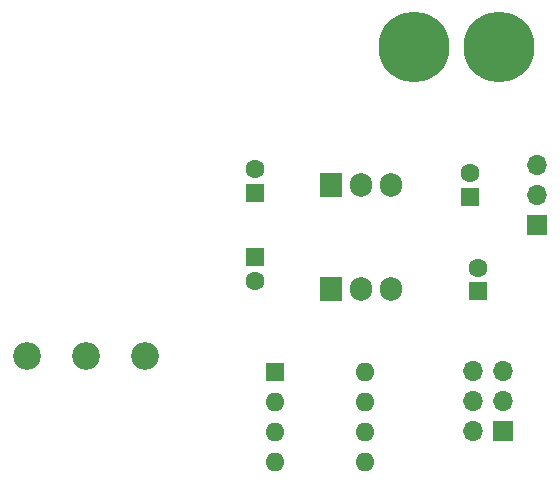
<source format=gbr>
%TF.GenerationSoftware,KiCad,Pcbnew,(6.0.7)*%
%TF.CreationDate,2022-10-09T18:49:54+08:00*%
%TF.ProjectId,servo_test,73657276-6f5f-4746-9573-742e6b696361,rev?*%
%TF.SameCoordinates,Original*%
%TF.FileFunction,Soldermask,Bot*%
%TF.FilePolarity,Negative*%
%FSLAX46Y46*%
G04 Gerber Fmt 4.6, Leading zero omitted, Abs format (unit mm)*
G04 Created by KiCad (PCBNEW (6.0.7)) date 2022-10-09 18:49:54*
%MOMM*%
%LPD*%
G01*
G04 APERTURE LIST*
%ADD10R,1.600000X1.600000*%
%ADD11C,1.600000*%
%ADD12C,6.000000*%
%ADD13C,2.340000*%
%ADD14O,1.600000X1.600000*%
%ADD15R,1.700000X1.700000*%
%ADD16O,1.700000X1.700000*%
%ADD17R,1.905000X2.000000*%
%ADD18O,1.905000X2.000000*%
G04 APERTURE END LIST*
D10*
%TO.C,C1*%
X128150000Y-89474888D03*
D11*
X128150000Y-91474888D03*
%TD*%
D12*
%TO.C,J1*%
X141630000Y-71670000D03*
X148830000Y-71670000D03*
%TD*%
D13*
%TO.C,RV1*%
X118890000Y-97860000D03*
X113890000Y-97860000D03*
X108890000Y-97860000D03*
%TD*%
D11*
%TO.C,C2*%
X128160000Y-82025113D03*
D10*
X128160000Y-84025113D03*
%TD*%
%TO.C,U1*%
X129840000Y-99220000D03*
D14*
X129840000Y-101760000D03*
X129840000Y-104300000D03*
X129840000Y-106840000D03*
X137460000Y-106840000D03*
X137460000Y-104300000D03*
X137460000Y-101760000D03*
X137460000Y-99220000D03*
%TD*%
D15*
%TO.C,J2*%
X149175000Y-104245000D03*
D16*
X146635000Y-104245000D03*
X149175000Y-101705000D03*
X146635000Y-101705000D03*
X149175000Y-99165000D03*
X146635000Y-99165000D03*
%TD*%
D17*
%TO.C,U3*%
X134620000Y-92205000D03*
D18*
X137160000Y-92205000D03*
X139700000Y-92205000D03*
%TD*%
D15*
%TO.C,M1*%
X152080000Y-86785000D03*
D16*
X152080000Y-84245000D03*
X152080000Y-81705000D03*
%TD*%
D17*
%TO.C,U2*%
X134620000Y-83405000D03*
D18*
X137160000Y-83405000D03*
X139700000Y-83405000D03*
%TD*%
D10*
%TO.C,C4*%
X147100000Y-92400000D03*
D11*
X147100000Y-90400000D03*
%TD*%
D10*
%TO.C,C3*%
X146370000Y-84380000D03*
D11*
X146370000Y-82380000D03*
%TD*%
M02*

</source>
